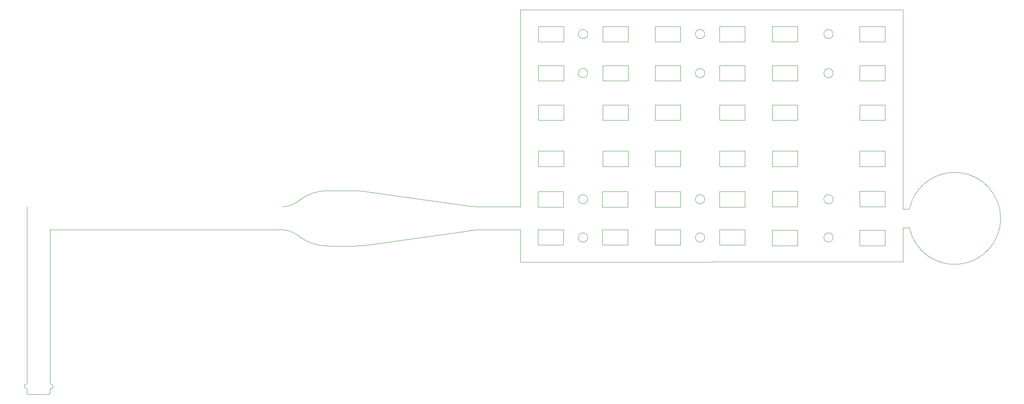
<source format=gko>
G04*
G04 #@! TF.GenerationSoftware,Altium Limited,Altium Designer,18.0.7 (293)*
G04*
G04 Layer_Color=16711935*
%FSAX25Y25*%
%MOIN*%
G70*
G01*
G75*
%ADD27C,0.00050*%
D27*
X0019984Y0003663D02*
G03*
X0019685Y0003150I0000292J-0000513D01*
G01*
X0021850Y0006890D02*
G03*
X0021260Y0007480I-0000591J0000000D01*
G01*
X0019685Y0008071D02*
G03*
X0020276Y0007480I0000591J0000000D01*
G01*
X0229493Y0135854D02*
G03*
X0218204Y0139413I-0011289J-0016127D01*
G01*
X0233928Y0132750D02*
G03*
X0256505Y0125633I0022577J0032253D01*
G01*
X0280722D02*
G03*
X0286181Y0126013I0000000J0039370D01*
G01*
X0384632Y0139413D02*
G03*
X0379174Y0139032I0000000J-0039370D01*
G01*
X0753451Y0141381D02*
G03*
X0753451Y0157129I0038575J0007874D01*
G01*
X0379174Y0159478D02*
G03*
X0384632Y0159098I0005459J0038990D01*
G01*
X0286181Y0172497D02*
G03*
X0280722Y0172877I-0005459J-0038990D01*
G01*
X0256505D02*
G03*
X0233928Y0165760I0000000J-0039370D01*
G01*
X0218204Y0159098D02*
G03*
X0229493Y0162656I0000000J0019685D01*
G01*
X-0000591Y0007480D02*
G03*
X0000000Y0008071I0000000J0000591D01*
G01*
X-0001575Y0007480D02*
G03*
X-0002165Y0006890I0000000J-0000591D01*
G01*
X0000000Y0003150D02*
G03*
X-0000299Y0003663I-0000591J0000000D01*
G01*
X0000000Y0000000D02*
G03*
X0001181Y-0001181I0001181J0000000D01*
G01*
X0018504D02*
G03*
X0019685Y0000000I0000000J0001181D01*
G01*
X0688334Y0273350D02*
G03*
X0688334Y0273350I-0003937J0000000D01*
G01*
X0578667Y0165629D02*
G03*
X0578667Y0165629I-0003937J0000000D01*
G01*
X0478796D02*
G03*
X0478796Y0165629I-0003937J0000000D01*
G01*
X0578667Y0273350D02*
G03*
X0578667Y0273350I-0003937J0000000D01*
G01*
Y0306806D02*
G03*
X0578667Y0306806I-0003937J0000000D01*
G01*
X0478796Y0132875D02*
G03*
X0478796Y0132875I-0003937J0000000D01*
G01*
Y0306806D02*
G03*
X0478796Y0306806I-0003937J0000000D01*
G01*
X0688334D02*
G03*
X0688334Y0306806I-0003937J0000000D01*
G01*
X0578667Y0132946D02*
G03*
X0578667Y0132946I-0003937J0000000D01*
G01*
X0478796Y0273511D02*
G03*
X0478796Y0273511I-0003937J0000000D01*
G01*
X0688311Y0165629D02*
G03*
X0688311Y0165629I-0003937J0000000D01*
G01*
Y0132946D02*
G03*
X0688311Y0132946I-0003937J0000000D01*
G01*
X0019685Y0008071D02*
Y0139413D01*
X0000000Y0008071D02*
Y0159098D01*
X0019685Y0000000D02*
Y0003150D01*
X0019984Y0003663D02*
X0021850Y0004724D01*
Y0006890D01*
X0020276Y0007480D02*
X0021260D01*
X0019685Y0139413D02*
X0218204D01*
X0229493Y0135854D02*
X0233928Y0132750D01*
X0256505Y0125633D02*
X0280722D01*
X0286181Y0126013D02*
X0379174Y0139032D01*
X0384632Y0139413D02*
X0421260D01*
Y0112046D02*
Y0139413D01*
Y0112046D02*
X0747931Y0112090D01*
Y0141381D01*
X0753451D01*
X0747931Y0157129D02*
X0753451D01*
X0747931D02*
Y0327651D01*
X0421260D02*
X0747931D01*
X0421260Y0159098D02*
Y0327651D01*
X0384632Y0159098D02*
X0421260D01*
X0286181Y0172497D02*
X0379174Y0159478D01*
X0256505Y0172877D02*
X0280722D01*
X0229493Y0162656D02*
X0233928Y0165760D01*
X-0001575Y0007480D02*
X-0000591D01*
X-0002165Y0004724D02*
Y0006890D01*
Y0004724D02*
X-0000299Y0003663D01*
X0000000Y0000000D02*
Y0003150D01*
X0001181Y-0001181D02*
X0018504D01*
X0711097Y0266949D02*
X0732751D01*
X0711097D02*
Y0280049D01*
X0732751D01*
Y0266949D02*
Y0280049D01*
X0636219D02*
X0657872D01*
Y0266949D02*
Y0280049D01*
X0636219Y0266949D02*
X0657872D01*
X0636219D02*
Y0280049D01*
X0536343Y0172233D02*
X0557997D01*
Y0159026D02*
Y0172233D01*
X0536343Y0159026D02*
X0557997D01*
X0536343D02*
Y0172233D01*
X0591302Y0159026D02*
Y0172233D01*
X0612955D01*
Y0159026D02*
Y0172233D01*
X0591302Y0159026D02*
X0612955D01*
X0491420Y0172233D02*
X0513073D01*
Y0159026D02*
Y0172233D01*
X0491420Y0159026D02*
X0513073D01*
X0491420D02*
Y0172233D01*
X0436462D02*
X0458115D01*
Y0159026D02*
Y0172233D01*
X0436462Y0159026D02*
X0458115D01*
X0436462D02*
Y0172233D01*
X0636219Y0193721D02*
Y0206821D01*
X0657872D01*
Y0193721D02*
Y0206821D01*
X0636219Y0193721D02*
X0657872D01*
X0711097D02*
Y0206821D01*
X0732751D01*
Y0193721D02*
Y0206821D01*
X0711097Y0193721D02*
X0732751D01*
X0536415D02*
Y0206821D01*
X0558069D01*
Y0193721D02*
Y0206821D01*
X0536415Y0193721D02*
X0558069D01*
X0591412D02*
Y0206821D01*
X0613066D01*
Y0193721D02*
Y0206821D01*
X0591412Y0193721D02*
X0613066D01*
X0436534D02*
Y0206821D01*
X0458187D01*
Y0193721D02*
Y0206821D01*
X0436534Y0193721D02*
X0458187D01*
X0491530D02*
Y0206821D01*
X0513184D01*
Y0193721D02*
Y0206821D01*
X0491530Y0193721D02*
X0513184D01*
X0636219Y0233091D02*
Y0246191D01*
X0657872D01*
Y0233091D02*
Y0246191D01*
X0636219Y0233091D02*
X0657872D01*
X0711097D02*
Y0246191D01*
X0732751D01*
Y0233091D02*
Y0246191D01*
X0711097Y0233091D02*
X0732751D01*
X0536415D02*
Y0246191D01*
X0558069D01*
Y0233091D02*
Y0246191D01*
X0536415Y0233091D02*
X0558069D01*
X0591412D02*
Y0246191D01*
X0613066D01*
Y0233091D02*
Y0246191D01*
X0591412Y0233091D02*
X0613066D01*
X0436534D02*
Y0246191D01*
X0458187D01*
Y0233091D02*
Y0246191D01*
X0436534Y0233091D02*
X0458187D01*
X0491530D02*
Y0246191D01*
X0513184D01*
Y0233091D02*
Y0246191D01*
X0491530Y0233091D02*
X0513184D01*
X0591412Y0266949D02*
X0613066D01*
X0591412D02*
Y0280049D01*
X0613066D01*
Y0266949D02*
Y0280049D01*
X0536415Y0266949D02*
X0558069D01*
X0536415D02*
Y0280049D01*
X0558069D01*
Y0266949D02*
Y0280049D01*
X0591412Y0300256D02*
X0613066D01*
X0591412D02*
Y0313356D01*
X0613066D01*
Y0300256D02*
Y0313356D01*
X0536415Y0300256D02*
X0558069D01*
X0536415D02*
Y0313356D01*
X0558069D01*
Y0300256D02*
Y0313356D01*
X0436462Y0139713D02*
X0458115D01*
Y0126506D02*
Y0139713D01*
X0436462Y0126506D02*
X0458115D01*
X0436462D02*
Y0139713D01*
X0491420Y0126506D02*
Y0139713D01*
X0513073D01*
Y0126506D02*
Y0139713D01*
X0491420Y0126506D02*
X0513073D01*
X0436534Y0313356D02*
X0458187D01*
Y0300256D02*
Y0313356D01*
X0436534Y0300256D02*
X0458187D01*
X0436534D02*
Y0313356D01*
X0491530D02*
X0513184D01*
Y0300256D02*
Y0313356D01*
X0491530Y0300256D02*
X0513184D01*
X0491530D02*
Y0313356D01*
X0711097Y0300256D02*
X0732751D01*
X0711097D02*
Y0313356D01*
X0732751D01*
Y0300256D02*
Y0313356D01*
X0636219Y0300256D02*
Y0313356D01*
X0657872D01*
Y0300256D02*
Y0313356D01*
X0636219Y0300256D02*
X0657872D01*
X0536343Y0139713D02*
X0557997D01*
Y0126506D02*
Y0139713D01*
X0536343Y0126506D02*
X0557997D01*
X0536343D02*
Y0139713D01*
X0591302Y0126506D02*
Y0139713D01*
X0612955D01*
Y0126506D02*
Y0139713D01*
X0591302Y0126506D02*
X0612955D01*
X0436534Y0266949D02*
X0458187D01*
X0436534D02*
Y0280049D01*
X0458187D01*
Y0266949D02*
Y0280049D01*
X0491530Y0266949D02*
X0513184D01*
X0491530D02*
Y0280049D01*
X0513184D01*
Y0266949D02*
Y0280049D01*
X0636219Y0172411D02*
X0657872D01*
Y0159311D02*
Y0172411D01*
X0636219Y0159311D02*
X0657872D01*
X0636219D02*
Y0172411D01*
X0711097Y0159311D02*
Y0172411D01*
X0732751D01*
Y0159311D02*
Y0172411D01*
X0711097Y0159311D02*
X0732751D01*
X0636219Y0139104D02*
X0657872D01*
Y0126004D02*
Y0139104D01*
X0636219Y0126004D02*
X0657872D01*
X0636219D02*
Y0139104D01*
X0711097D02*
X0732751D01*
Y0126004D02*
Y0139104D01*
X0711097Y0126004D02*
X0732751D01*
X0711097D02*
Y0139104D01*
M02*

</source>
